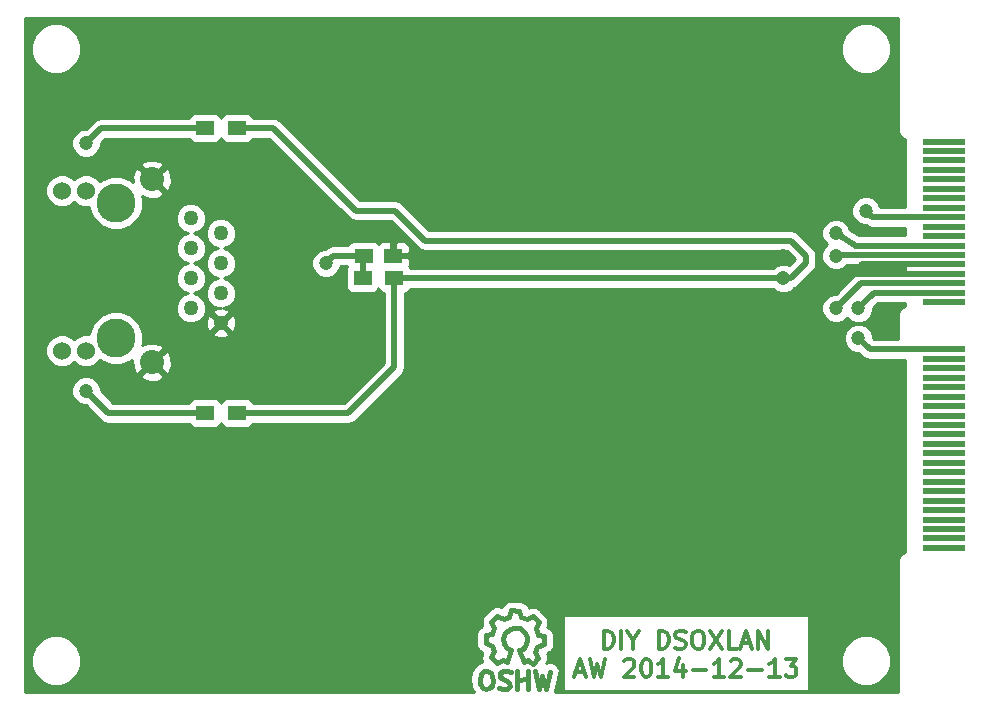
<source format=gbr>
%FSLAX46Y46*%
G04 Gerber Fmt 4.6, Leading zero omitted, Abs format (unit mm)*
G04 Created by KiCad (PCBNEW (2014-10-27 BZR 5228)-product) date 17.12.2014 12:59:46*
%MOMM*%
G01*
G04 APERTURE LIST*
%ADD10C,0.100000*%
%ADD11C,0.300000*%
%ADD12C,0.381000*%
%ADD13R,1.500000X1.250000*%
%ADD14R,3.600000X0.550000*%
%ADD15R,1.500000X1.300000*%
%ADD16C,1.270000*%
%ADD17C,3.302000*%
%ADD18C,2.032000*%
%ADD19C,1.524000*%
%ADD20C,1.200000*%
%ADD21C,0.500000*%
%ADD22C,0.254000*%
G04 APERTURE END LIST*
D10*
D11*
X161945715Y-113270571D02*
X161945715Y-111770571D01*
X162302858Y-111770571D01*
X162517143Y-111842000D01*
X162660001Y-111984857D01*
X162731429Y-112127714D01*
X162802858Y-112413429D01*
X162802858Y-112627714D01*
X162731429Y-112913429D01*
X162660001Y-113056286D01*
X162517143Y-113199143D01*
X162302858Y-113270571D01*
X161945715Y-113270571D01*
X163445715Y-113270571D02*
X163445715Y-111770571D01*
X164445715Y-112556286D02*
X164445715Y-113270571D01*
X163945715Y-111770571D02*
X164445715Y-112556286D01*
X164945715Y-111770571D01*
X166588572Y-113270571D02*
X166588572Y-111770571D01*
X166945715Y-111770571D01*
X167160000Y-111842000D01*
X167302858Y-111984857D01*
X167374286Y-112127714D01*
X167445715Y-112413429D01*
X167445715Y-112627714D01*
X167374286Y-112913429D01*
X167302858Y-113056286D01*
X167160000Y-113199143D01*
X166945715Y-113270571D01*
X166588572Y-113270571D01*
X168017143Y-113199143D02*
X168231429Y-113270571D01*
X168588572Y-113270571D01*
X168731429Y-113199143D01*
X168802858Y-113127714D01*
X168874286Y-112984857D01*
X168874286Y-112842000D01*
X168802858Y-112699143D01*
X168731429Y-112627714D01*
X168588572Y-112556286D01*
X168302858Y-112484857D01*
X168160000Y-112413429D01*
X168088572Y-112342000D01*
X168017143Y-112199143D01*
X168017143Y-112056286D01*
X168088572Y-111913429D01*
X168160000Y-111842000D01*
X168302858Y-111770571D01*
X168660000Y-111770571D01*
X168874286Y-111842000D01*
X169802857Y-111770571D02*
X170088571Y-111770571D01*
X170231429Y-111842000D01*
X170374286Y-111984857D01*
X170445714Y-112270571D01*
X170445714Y-112770571D01*
X170374286Y-113056286D01*
X170231429Y-113199143D01*
X170088571Y-113270571D01*
X169802857Y-113270571D01*
X169660000Y-113199143D01*
X169517143Y-113056286D01*
X169445714Y-112770571D01*
X169445714Y-112270571D01*
X169517143Y-111984857D01*
X169660000Y-111842000D01*
X169802857Y-111770571D01*
X170945715Y-111770571D02*
X171945715Y-113270571D01*
X171945715Y-111770571D02*
X170945715Y-113270571D01*
X173231429Y-113270571D02*
X172517143Y-113270571D01*
X172517143Y-111770571D01*
X173660000Y-112842000D02*
X174374286Y-112842000D01*
X173517143Y-113270571D02*
X174017143Y-111770571D01*
X174517143Y-113270571D01*
X175017143Y-113270571D02*
X175017143Y-111770571D01*
X175874286Y-113270571D01*
X175874286Y-111770571D01*
X159552859Y-115242000D02*
X160267145Y-115242000D01*
X159410002Y-115670571D02*
X159910002Y-114170571D01*
X160410002Y-115670571D01*
X160767145Y-114170571D02*
X161124288Y-115670571D01*
X161410002Y-114599143D01*
X161695716Y-115670571D01*
X162052859Y-114170571D01*
X163695716Y-114313429D02*
X163767145Y-114242000D01*
X163910002Y-114170571D01*
X164267145Y-114170571D01*
X164410002Y-114242000D01*
X164481431Y-114313429D01*
X164552859Y-114456286D01*
X164552859Y-114599143D01*
X164481431Y-114813429D01*
X163624288Y-115670571D01*
X164552859Y-115670571D01*
X165481430Y-114170571D02*
X165624287Y-114170571D01*
X165767144Y-114242000D01*
X165838573Y-114313429D01*
X165910002Y-114456286D01*
X165981430Y-114742000D01*
X165981430Y-115099143D01*
X165910002Y-115384857D01*
X165838573Y-115527714D01*
X165767144Y-115599143D01*
X165624287Y-115670571D01*
X165481430Y-115670571D01*
X165338573Y-115599143D01*
X165267144Y-115527714D01*
X165195716Y-115384857D01*
X165124287Y-115099143D01*
X165124287Y-114742000D01*
X165195716Y-114456286D01*
X165267144Y-114313429D01*
X165338573Y-114242000D01*
X165481430Y-114170571D01*
X167410001Y-115670571D02*
X166552858Y-115670571D01*
X166981430Y-115670571D02*
X166981430Y-114170571D01*
X166838573Y-114384857D01*
X166695715Y-114527714D01*
X166552858Y-114599143D01*
X168695715Y-114670571D02*
X168695715Y-115670571D01*
X168338572Y-114099143D02*
X167981429Y-115170571D01*
X168910001Y-115170571D01*
X169481429Y-115099143D02*
X170624286Y-115099143D01*
X172124286Y-115670571D02*
X171267143Y-115670571D01*
X171695715Y-115670571D02*
X171695715Y-114170571D01*
X171552858Y-114384857D01*
X171410000Y-114527714D01*
X171267143Y-114599143D01*
X172695714Y-114313429D02*
X172767143Y-114242000D01*
X172910000Y-114170571D01*
X173267143Y-114170571D01*
X173410000Y-114242000D01*
X173481429Y-114313429D01*
X173552857Y-114456286D01*
X173552857Y-114599143D01*
X173481429Y-114813429D01*
X172624286Y-115670571D01*
X173552857Y-115670571D01*
X174195714Y-115099143D02*
X175338571Y-115099143D01*
X176838571Y-115670571D02*
X175981428Y-115670571D01*
X176410000Y-115670571D02*
X176410000Y-114170571D01*
X176267143Y-114384857D01*
X176124285Y-114527714D01*
X175981428Y-114599143D01*
X177338571Y-114170571D02*
X178267142Y-114170571D01*
X177767142Y-114742000D01*
X177981428Y-114742000D01*
X178124285Y-114813429D01*
X178195714Y-114884857D01*
X178267142Y-115027714D01*
X178267142Y-115384857D01*
X178195714Y-115527714D01*
X178124285Y-115599143D01*
X177981428Y-115670571D01*
X177552856Y-115670571D01*
X177409999Y-115599143D01*
X177338571Y-115527714D01*
D12*
X156100780Y-115211860D02*
X156461460Y-116682520D01*
X156461460Y-116682520D02*
X156740860Y-115620800D01*
X156740860Y-115620800D02*
X157050740Y-116692680D01*
X157050740Y-116692680D02*
X157391100Y-115242340D01*
X154680920Y-115902740D02*
X155470860Y-115892580D01*
X155470860Y-115892580D02*
X155481020Y-115902740D01*
X155481020Y-115902740D02*
X155481020Y-115892580D01*
X155521660Y-115181380D02*
X155521660Y-116723160D01*
X154632660Y-115171220D02*
X154632660Y-116740940D01*
X154632660Y-116740940D02*
X154642820Y-116730780D01*
X154081480Y-115272820D02*
X153730960Y-115191540D01*
X153730960Y-115191540D02*
X153410920Y-115181380D01*
X153410920Y-115181380D02*
X153172160Y-115382040D01*
X153172160Y-115382040D02*
X153141680Y-115651280D01*
X153141680Y-115651280D02*
X153382980Y-115892580D01*
X153382980Y-115892580D02*
X153771600Y-116022120D01*
X153771600Y-116022120D02*
X153951940Y-116182140D01*
X153951940Y-116182140D02*
X153992580Y-116481860D01*
X153992580Y-116481860D02*
X153761440Y-116702840D01*
X153761440Y-116702840D02*
X153441400Y-116730780D01*
X153441400Y-116730780D02*
X153090880Y-116621560D01*
X152052020Y-115171220D02*
X151803100Y-115191540D01*
X151803100Y-115191540D02*
X151561800Y-115432840D01*
X151561800Y-115432840D02*
X151472900Y-115923060D01*
X151472900Y-115923060D02*
X151500840Y-116271040D01*
X151500840Y-116271040D02*
X151701500Y-116591080D01*
X151701500Y-116591080D02*
X151952960Y-116713000D01*
X151952960Y-116713000D02*
X152262840Y-116641880D01*
X152262840Y-116641880D02*
X152481280Y-116461540D01*
X152481280Y-116461540D02*
X152552400Y-116001800D01*
X152552400Y-116001800D02*
X152501600Y-115592860D01*
X152501600Y-115592860D02*
X152392380Y-115310920D01*
X152392380Y-115310920D02*
X152031700Y-115181380D01*
X152651460Y-113451640D02*
X152392380Y-114012980D01*
X152392380Y-114012980D02*
X152930860Y-114531140D01*
X152930860Y-114531140D02*
X153451560Y-114261900D01*
X153451560Y-114261900D02*
X153730960Y-114421920D01*
X155171140Y-114401600D02*
X155501340Y-114211100D01*
X155501340Y-114211100D02*
X155940760Y-114541300D01*
X155940760Y-114541300D02*
X156413200Y-114051080D01*
X156413200Y-114051080D02*
X156131260Y-113571020D01*
X156131260Y-113571020D02*
X156321760Y-113101120D01*
X156321760Y-113101120D02*
X156931360Y-112913160D01*
X156931360Y-112913160D02*
X156931360Y-112232440D01*
X156931360Y-112232440D02*
X156372560Y-112092740D01*
X156372560Y-112092740D02*
X156171900Y-111521240D01*
X156171900Y-111521240D02*
X156441140Y-111051340D01*
X156441140Y-111051340D02*
X155971240Y-110540800D01*
X155971240Y-110540800D02*
X155453080Y-110802420D01*
X155453080Y-110802420D02*
X154983180Y-110601760D01*
X154983180Y-110601760D02*
X154813000Y-110060740D01*
X154813000Y-110060740D02*
X154122120Y-110042960D01*
X154122120Y-110042960D02*
X153911300Y-110591600D01*
X153911300Y-110591600D02*
X153492200Y-110761780D01*
X153492200Y-110761780D02*
X152941020Y-110492540D01*
X152941020Y-110492540D02*
X152422860Y-111020860D01*
X152422860Y-111020860D02*
X152671780Y-111561880D01*
X152671780Y-111561880D02*
X152501600Y-112041940D01*
X152501600Y-112041940D02*
X151952960Y-112141000D01*
X151952960Y-112141000D02*
X151942800Y-112842040D01*
X151942800Y-112842040D02*
X152501600Y-113042700D01*
X152501600Y-113042700D02*
X152641300Y-113441480D01*
X154782520Y-113421160D02*
X155082240Y-113271300D01*
X155082240Y-113271300D02*
X155282900Y-113073180D01*
X155282900Y-113073180D02*
X155432760Y-112671860D01*
X155432760Y-112671860D02*
X155432760Y-112273080D01*
X155432760Y-112273080D02*
X155282900Y-111922560D01*
X155282900Y-111922560D02*
X154830780Y-111572040D01*
X154830780Y-111572040D02*
X154381200Y-111521240D01*
X154381200Y-111521240D02*
X153982420Y-111622840D01*
X153982420Y-111622840D02*
X153581100Y-111970820D01*
X153581100Y-111970820D02*
X153431240Y-112422940D01*
X153431240Y-112422940D02*
X153482040Y-112920780D01*
X153482040Y-112920780D02*
X153730960Y-113223040D01*
X153730960Y-113223040D02*
X154081480Y-113421160D01*
X154081480Y-113421160D02*
X153730960Y-114421920D01*
X154782520Y-113421160D02*
X155181300Y-114421920D01*
D13*
X144125000Y-80010000D03*
X141625000Y-80010000D03*
D14*
X190754000Y-104750000D03*
X190754000Y-103950000D03*
X190754000Y-103150000D03*
X190754000Y-102350000D03*
X190754000Y-101550000D03*
X190754000Y-100750000D03*
X190754000Y-99950000D03*
X190754000Y-99150000D03*
X190754000Y-98350000D03*
X190754000Y-97550000D03*
X190754000Y-96750000D03*
X190754000Y-95950000D03*
X190754000Y-95150000D03*
X190754000Y-94350000D03*
X190754000Y-93550000D03*
X190754000Y-92750000D03*
X190754000Y-91950000D03*
X190754000Y-91150000D03*
X190754000Y-90350000D03*
X190754000Y-89550000D03*
X190754000Y-88750000D03*
X190754000Y-87950000D03*
X190754000Y-83950000D03*
X190754000Y-83150000D03*
X190754000Y-82350000D03*
X190754000Y-81550000D03*
X190754000Y-80750000D03*
X190754000Y-79950000D03*
X190754000Y-79150000D03*
X190754000Y-78350000D03*
X190754000Y-77550000D03*
X190754000Y-76750000D03*
X190754000Y-75950000D03*
X190754000Y-75150000D03*
X190754000Y-74350000D03*
X190754000Y-73550000D03*
X190754000Y-72750000D03*
X190754000Y-71950000D03*
X190754000Y-71150000D03*
X190754000Y-70350000D03*
D15*
X130890000Y-69215000D03*
X128190000Y-69215000D03*
X130890000Y-93345000D03*
X128190000Y-93345000D03*
X144225000Y-81915000D03*
X141525000Y-81915000D03*
D16*
X127000000Y-76835000D03*
X129540000Y-78105000D03*
X127000000Y-79375000D03*
X129540000Y-80645000D03*
X127000000Y-81915000D03*
X129540000Y-83185000D03*
X127000000Y-84455000D03*
X129540000Y-85725000D03*
D17*
X120650000Y-75565000D03*
X120650000Y-86995000D03*
D18*
X123698000Y-73533000D03*
X123698000Y-89027000D03*
D19*
X118110000Y-74498200D03*
X116078000Y-74498200D03*
X118110000Y-88061800D03*
X116078000Y-88061800D03*
D20*
X177165000Y-80010000D03*
X138430000Y-85725000D03*
X138430000Y-80645000D03*
X183515000Y-86995000D03*
X183515000Y-84455000D03*
X177165000Y-81915000D03*
X181610000Y-84455000D03*
X181610000Y-80010000D03*
X181610000Y-78105000D03*
X184150000Y-76200000D03*
X118110000Y-70485000D03*
X118110000Y-91440000D03*
D21*
X144125000Y-80010000D02*
X177165000Y-80010000D01*
X144125000Y-78125000D02*
X144125000Y-80010000D01*
X144145000Y-78105000D02*
X144125000Y-78125000D01*
X138430000Y-78105000D02*
X144145000Y-78105000D01*
X136525000Y-80010000D02*
X138430000Y-78105000D01*
X136525000Y-83820000D02*
X136525000Y-80010000D01*
X138430000Y-85725000D02*
X136525000Y-83820000D01*
X183404000Y-81550000D02*
X183388000Y-81534000D01*
X183388000Y-81534000D02*
X183388000Y-81212002D01*
X183388000Y-81212002D02*
X183850002Y-80750000D01*
X183850002Y-80750000D02*
X190754000Y-80750000D01*
X190754000Y-81550000D02*
X183404000Y-81550000D01*
X138430000Y-80645000D02*
X139065000Y-80010000D01*
X139065000Y-80010000D02*
X141625000Y-80010000D01*
X141525000Y-80110000D02*
X141625000Y-80010000D01*
X141525000Y-81915000D02*
X141525000Y-80110000D01*
X183515000Y-86995000D02*
X184470000Y-87950000D01*
X184470000Y-87950000D02*
X190754000Y-87950000D01*
X183515000Y-84455000D02*
X184820000Y-83150000D01*
X184820000Y-83150000D02*
X190754000Y-83150000D01*
X140335000Y-93345000D02*
X144225000Y-89455000D01*
X144225000Y-81915000D02*
X144225000Y-89455000D01*
X139700000Y-93345000D02*
X130890000Y-93345000D01*
X139700000Y-93345000D02*
X140335000Y-93345000D01*
X177165000Y-81915000D02*
X144225000Y-81915000D01*
X177800000Y-81915000D02*
X179070000Y-80645000D01*
X179070000Y-80645000D02*
X179070000Y-80518000D01*
X144272000Y-76200000D02*
X140970000Y-76200000D01*
X140970000Y-76200000D02*
X133985000Y-69215000D01*
X133985000Y-69215000D02*
X130890000Y-69215000D01*
X177165000Y-81915000D02*
X177800000Y-81915000D01*
X179070000Y-80010000D02*
X177800000Y-78740000D01*
X177800000Y-78740000D02*
X146812000Y-78740000D01*
X146812000Y-78740000D02*
X144272000Y-76200000D01*
X179070000Y-80518000D02*
X179070000Y-80010000D01*
X183715000Y-82350000D02*
X181610000Y-84455000D01*
X190754000Y-82350000D02*
X183715000Y-82350000D01*
X181610000Y-80010000D02*
X181670000Y-79950000D01*
X181670000Y-79950000D02*
X190754000Y-79950000D01*
X183290000Y-79150000D02*
X181610000Y-78105000D01*
X190754000Y-79150000D02*
X183290000Y-79150000D01*
X184150000Y-76200000D02*
X184700000Y-76750000D01*
X184700000Y-76750000D02*
X190754000Y-76750000D01*
X119380000Y-69215000D02*
X118110000Y-70485000D01*
X128190000Y-69215000D02*
X119380000Y-69215000D01*
X120015000Y-93345000D02*
X118110000Y-91440000D01*
X128190000Y-93345000D02*
X120015000Y-93345000D01*
D22*
G36*
X187452000Y-105131262D02*
X187316862Y-105158143D01*
X187094632Y-105306632D01*
X186946143Y-105528862D01*
X186894000Y-105791000D01*
X186894000Y-116917000D01*
X186285240Y-116917000D01*
X186285240Y-113877211D01*
X185960910Y-113092273D01*
X185360886Y-112491200D01*
X184576515Y-112165501D01*
X183727211Y-112164760D01*
X182942273Y-112489090D01*
X182341200Y-113089114D01*
X182015501Y-113873485D01*
X182014760Y-114722789D01*
X182339090Y-115507727D01*
X182939114Y-116108800D01*
X183723485Y-116434499D01*
X184572789Y-116435240D01*
X185357727Y-116110910D01*
X185958800Y-115510886D01*
X186284499Y-114726515D01*
X186285240Y-113877211D01*
X186285240Y-116917000D01*
X179955001Y-116917000D01*
X179955001Y-80645000D01*
X179955000Y-80644994D01*
X179955000Y-80518000D01*
X179955000Y-80010005D01*
X179955000Y-80010000D01*
X179955001Y-80010000D01*
X179887633Y-79671325D01*
X179695790Y-79384210D01*
X179695786Y-79384207D01*
X178425790Y-78114210D01*
X178138675Y-77922367D01*
X178082484Y-77911189D01*
X177800000Y-77854999D01*
X177799994Y-77855000D01*
X147178579Y-77855000D01*
X144897790Y-75574210D01*
X144610675Y-75382367D01*
X144554484Y-75371189D01*
X144272000Y-75314999D01*
X144271994Y-75315000D01*
X141336579Y-75315000D01*
X134610790Y-68589210D01*
X134323675Y-68397367D01*
X134267484Y-68386189D01*
X133985000Y-68329999D01*
X133984994Y-68330000D01*
X132229978Y-68330000D01*
X132178327Y-68205302D01*
X131999699Y-68026673D01*
X131766310Y-67930000D01*
X131513691Y-67930000D01*
X130013691Y-67930000D01*
X129780302Y-68026673D01*
X129601673Y-68205301D01*
X129539999Y-68354193D01*
X129478327Y-68205302D01*
X129299699Y-68026673D01*
X129066310Y-67930000D01*
X128813691Y-67930000D01*
X127313691Y-67930000D01*
X127080302Y-68026673D01*
X126901673Y-68205301D01*
X126850020Y-68330000D01*
X119380005Y-68330000D01*
X119380000Y-68329999D01*
X119041325Y-68397367D01*
X118754210Y-68589210D01*
X118754207Y-68589213D01*
X118093435Y-69249985D01*
X117865421Y-69249786D01*
X117705240Y-69315971D01*
X117705240Y-62061211D01*
X117380910Y-61276273D01*
X116780886Y-60675200D01*
X115996515Y-60349501D01*
X115147211Y-60348760D01*
X114362273Y-60673090D01*
X113761200Y-61273114D01*
X113435501Y-62057485D01*
X113434760Y-62906789D01*
X113759090Y-63691727D01*
X114359114Y-64292800D01*
X115143485Y-64618499D01*
X115992789Y-64619240D01*
X116777727Y-64294910D01*
X117378800Y-63694886D01*
X117704499Y-62910515D01*
X117705240Y-62061211D01*
X117705240Y-69315971D01*
X117411343Y-69437408D01*
X117063629Y-69784515D01*
X116875215Y-70238266D01*
X116874786Y-70729579D01*
X117062408Y-71183657D01*
X117409515Y-71531371D01*
X117863266Y-71719785D01*
X118354579Y-71720214D01*
X118808657Y-71532592D01*
X119156371Y-71185485D01*
X119344785Y-70731734D01*
X119344985Y-70501593D01*
X119746579Y-70100000D01*
X126850021Y-70100000D01*
X126901673Y-70224698D01*
X127080301Y-70403327D01*
X127313690Y-70500000D01*
X127566309Y-70500000D01*
X129066309Y-70500000D01*
X129299698Y-70403327D01*
X129478327Y-70224699D01*
X129540000Y-70075806D01*
X129601673Y-70224698D01*
X129780301Y-70403327D01*
X130013690Y-70500000D01*
X130266309Y-70500000D01*
X131766309Y-70500000D01*
X131999698Y-70403327D01*
X132178327Y-70224699D01*
X132229979Y-70100000D01*
X133618420Y-70100000D01*
X140344207Y-76825786D01*
X140344210Y-76825790D01*
X140344211Y-76825790D01*
X140631325Y-77017633D01*
X140631326Y-77017633D01*
X140687515Y-77028810D01*
X140970000Y-77085001D01*
X140970000Y-77085000D01*
X140970005Y-77085000D01*
X143905420Y-77085000D01*
X146186207Y-79365786D01*
X146186210Y-79365790D01*
X146473325Y-79557633D01*
X146812000Y-79625000D01*
X177433420Y-79625000D01*
X178135920Y-80327500D01*
X177674214Y-80789206D01*
X177411734Y-80680215D01*
X176920421Y-80679786D01*
X176466343Y-80867408D01*
X176303466Y-81030000D01*
X145564978Y-81030000D01*
X145513327Y-80905302D01*
X145468800Y-80860774D01*
X145510000Y-80761310D01*
X145510000Y-80508691D01*
X145510000Y-80295750D01*
X145510000Y-79724250D01*
X145510000Y-79511309D01*
X145510000Y-79258690D01*
X145413327Y-79025301D01*
X145234698Y-78846673D01*
X145001309Y-78750000D01*
X144410750Y-78750000D01*
X144252000Y-78908750D01*
X144252000Y-79883000D01*
X145351250Y-79883000D01*
X145510000Y-79724250D01*
X145510000Y-80295750D01*
X145351250Y-80137000D01*
X144252000Y-80137000D01*
X144252000Y-80157000D01*
X143998000Y-80157000D01*
X143998000Y-80137000D01*
X143978000Y-80137000D01*
X143978000Y-79883000D01*
X143998000Y-79883000D01*
X143998000Y-78908750D01*
X143839250Y-78750000D01*
X143248691Y-78750000D01*
X143015302Y-78846673D01*
X142874999Y-78986974D01*
X142734699Y-78846673D01*
X142501310Y-78750000D01*
X142248691Y-78750000D01*
X140748691Y-78750000D01*
X140515302Y-78846673D01*
X140336673Y-79025301D01*
X140295376Y-79125000D01*
X139065005Y-79125000D01*
X139065000Y-79124999D01*
X138726326Y-79192366D01*
X138631054Y-79256024D01*
X138439210Y-79384210D01*
X138439207Y-79384213D01*
X138413435Y-79409985D01*
X138185421Y-79409786D01*
X137731343Y-79597408D01*
X137383629Y-79944515D01*
X137195215Y-80398266D01*
X137194786Y-80889579D01*
X137382408Y-81343657D01*
X137729515Y-81691371D01*
X138183266Y-81879785D01*
X138674579Y-81880214D01*
X139128657Y-81692592D01*
X139476371Y-81345485D01*
X139663428Y-80895000D01*
X140246974Y-80895000D01*
X140236673Y-80905301D01*
X140140000Y-81138690D01*
X140140000Y-81391309D01*
X140140000Y-82691309D01*
X140236673Y-82924698D01*
X140415301Y-83103327D01*
X140648690Y-83200000D01*
X140901309Y-83200000D01*
X142401309Y-83200000D01*
X142634698Y-83103327D01*
X142813327Y-82924699D01*
X142875000Y-82775806D01*
X142936673Y-82924698D01*
X143115301Y-83103327D01*
X143340000Y-83196400D01*
X143340000Y-89088420D01*
X139968420Y-92460000D01*
X139700000Y-92460000D01*
X132229978Y-92460000D01*
X132178327Y-92335302D01*
X131999699Y-92156673D01*
X131766310Y-92060000D01*
X131513691Y-92060000D01*
X130822681Y-92060000D01*
X130822681Y-85902336D01*
X130810220Y-85691259D01*
X130810220Y-82933490D01*
X130617282Y-82466542D01*
X130260337Y-82108974D01*
X129793727Y-81915221D01*
X129791512Y-81915219D01*
X130258458Y-81722282D01*
X130616026Y-81365337D01*
X130809779Y-80898727D01*
X130810220Y-80393490D01*
X130617282Y-79926542D01*
X130260337Y-79568974D01*
X129793727Y-79375221D01*
X129791512Y-79375219D01*
X130258458Y-79182282D01*
X130616026Y-78825337D01*
X130809779Y-78358727D01*
X130810220Y-77853490D01*
X130617282Y-77386542D01*
X130260337Y-77028974D01*
X129793727Y-76835221D01*
X129288490Y-76834780D01*
X128821542Y-77027718D01*
X128463974Y-77384663D01*
X128270221Y-77851273D01*
X128269780Y-78356510D01*
X128462718Y-78823458D01*
X128819663Y-79181026D01*
X129286273Y-79374779D01*
X129288487Y-79374780D01*
X128821542Y-79567718D01*
X128463974Y-79924663D01*
X128270221Y-80391273D01*
X128269780Y-80896510D01*
X128462718Y-81363458D01*
X128819663Y-81721026D01*
X129286273Y-81914779D01*
X129288487Y-81914780D01*
X128821542Y-82107718D01*
X128463974Y-82464663D01*
X128270221Y-82931273D01*
X128269780Y-83436510D01*
X128462718Y-83903458D01*
X128819663Y-84261026D01*
X129286273Y-84454779D01*
X129503070Y-84454968D01*
X129212977Y-84472094D01*
X128885303Y-84607821D01*
X128831472Y-84836867D01*
X129540000Y-85545395D01*
X130248528Y-84836867D01*
X130194697Y-84607821D01*
X129754453Y-84455187D01*
X129791510Y-84455220D01*
X130258458Y-84262282D01*
X130616026Y-83905337D01*
X130809779Y-83438727D01*
X130810220Y-82933490D01*
X130810220Y-85691259D01*
X130792906Y-85397977D01*
X130657179Y-85070303D01*
X130428133Y-85016472D01*
X129719605Y-85725000D01*
X130428133Y-86433528D01*
X130657179Y-86379697D01*
X130822681Y-85902336D01*
X130822681Y-92060000D01*
X130248528Y-92060000D01*
X130248528Y-86613133D01*
X129540000Y-85904605D01*
X129360395Y-86084210D01*
X129360395Y-85725000D01*
X128651867Y-85016472D01*
X128422821Y-85070303D01*
X128270220Y-85510453D01*
X128270220Y-84203490D01*
X128077282Y-83736542D01*
X127720337Y-83378974D01*
X127253727Y-83185221D01*
X127251512Y-83185219D01*
X127718458Y-82992282D01*
X128076026Y-82635337D01*
X128269779Y-82168727D01*
X128270220Y-81663490D01*
X128077282Y-81196542D01*
X127720337Y-80838974D01*
X127253727Y-80645221D01*
X127251512Y-80645219D01*
X127718458Y-80452282D01*
X128076026Y-80095337D01*
X128269779Y-79628727D01*
X128270220Y-79123490D01*
X128077282Y-78656542D01*
X127720337Y-78298974D01*
X127253727Y-78105221D01*
X127251512Y-78105219D01*
X127718458Y-77912282D01*
X128076026Y-77555337D01*
X128269779Y-77088727D01*
X128270220Y-76583490D01*
X128077282Y-76116542D01*
X127720337Y-75758974D01*
X127253727Y-75565221D01*
X126748490Y-75564780D01*
X126281542Y-75757718D01*
X125923974Y-76114663D01*
X125730221Y-76581273D01*
X125729780Y-77086510D01*
X125922718Y-77553458D01*
X126279663Y-77911026D01*
X126746273Y-78104779D01*
X126748487Y-78104780D01*
X126281542Y-78297718D01*
X125923974Y-78654663D01*
X125730221Y-79121273D01*
X125729780Y-79626510D01*
X125922718Y-80093458D01*
X126279663Y-80451026D01*
X126746273Y-80644779D01*
X126748487Y-80644780D01*
X126281542Y-80837718D01*
X125923974Y-81194663D01*
X125730221Y-81661273D01*
X125729780Y-82166510D01*
X125922718Y-82633458D01*
X126279663Y-82991026D01*
X126746273Y-83184779D01*
X126748487Y-83184780D01*
X126281542Y-83377718D01*
X125923974Y-83734663D01*
X125730221Y-84201273D01*
X125729780Y-84706510D01*
X125922718Y-85173458D01*
X126279663Y-85531026D01*
X126746273Y-85724779D01*
X127251510Y-85725220D01*
X127718458Y-85532282D01*
X128076026Y-85175337D01*
X128269779Y-84708727D01*
X128270220Y-84203490D01*
X128270220Y-85510453D01*
X128257319Y-85547664D01*
X128287094Y-86052023D01*
X128422821Y-86379697D01*
X128651867Y-86433528D01*
X129360395Y-85725000D01*
X129360395Y-86084210D01*
X128831472Y-86613133D01*
X128885303Y-86842179D01*
X129362664Y-87007681D01*
X129867023Y-86977906D01*
X130194697Y-86842179D01*
X130248528Y-86613133D01*
X130248528Y-92060000D01*
X130013691Y-92060000D01*
X129780302Y-92156673D01*
X129601673Y-92335301D01*
X129539999Y-92484193D01*
X129478327Y-92335302D01*
X129299699Y-92156673D01*
X129066310Y-92060000D01*
X128813691Y-92060000D01*
X127313691Y-92060000D01*
X127080302Y-92156673D01*
X126901673Y-92335301D01*
X126850020Y-92460000D01*
X125359816Y-92460000D01*
X125359816Y-89295358D01*
X125359816Y-73801358D01*
X125336014Y-73144981D01*
X125130622Y-72649120D01*
X124862107Y-72548498D01*
X124682502Y-72728103D01*
X124682502Y-72368893D01*
X124581880Y-72100378D01*
X123966358Y-71871184D01*
X123309981Y-71894986D01*
X122814120Y-72100378D01*
X122713498Y-72368893D01*
X123698000Y-73353395D01*
X124682502Y-72368893D01*
X124682502Y-72728103D01*
X123877605Y-73533000D01*
X124862107Y-74517502D01*
X125130622Y-74416880D01*
X125359816Y-73801358D01*
X125359816Y-89295358D01*
X125336014Y-88638981D01*
X125130622Y-88143120D01*
X124862107Y-88042498D01*
X124682502Y-88222103D01*
X124682502Y-87862893D01*
X124682502Y-74697107D01*
X123698000Y-73712605D01*
X123683857Y-73726747D01*
X123504252Y-73547142D01*
X123518395Y-73533000D01*
X122533893Y-72548498D01*
X122265378Y-72649120D01*
X122036184Y-73264642D01*
X122053239Y-73734974D01*
X121946605Y-73628154D01*
X121106708Y-73279398D01*
X120197281Y-73278604D01*
X119356777Y-73625894D01*
X119284838Y-73697707D01*
X118902370Y-73314571D01*
X118389100Y-73101443D01*
X117833339Y-73100958D01*
X117319697Y-73313190D01*
X117093950Y-73538542D01*
X116870370Y-73314571D01*
X116357100Y-73101443D01*
X115801339Y-73100958D01*
X115287697Y-73313190D01*
X114894371Y-73705830D01*
X114681243Y-74219100D01*
X114680758Y-74774861D01*
X114892990Y-75288503D01*
X115285630Y-75681829D01*
X115798900Y-75894957D01*
X116354661Y-75895442D01*
X116868303Y-75683210D01*
X117094049Y-75457857D01*
X117317630Y-75681829D01*
X117830900Y-75894957D01*
X118363710Y-75895421D01*
X118363604Y-76017719D01*
X118710894Y-76858223D01*
X119353395Y-77501846D01*
X120193292Y-77850602D01*
X121102719Y-77851396D01*
X121943223Y-77504106D01*
X122586846Y-76861605D01*
X122935602Y-76021708D01*
X122936396Y-75112281D01*
X122887012Y-74992764D01*
X123429642Y-75194816D01*
X124086019Y-75171014D01*
X124581880Y-74965622D01*
X124682502Y-74697107D01*
X124682502Y-87862893D01*
X124581880Y-87594378D01*
X123966358Y-87365184D01*
X123309981Y-87388986D01*
X122889288Y-87563242D01*
X122935602Y-87451708D01*
X122936396Y-86542281D01*
X122589106Y-85701777D01*
X121946605Y-85058154D01*
X121106708Y-84709398D01*
X120197281Y-84708604D01*
X119356777Y-85055894D01*
X118713154Y-85698395D01*
X118364398Y-86538292D01*
X118364287Y-86665021D01*
X117833339Y-86664558D01*
X117319697Y-86876790D01*
X117093950Y-87102142D01*
X116870370Y-86878171D01*
X116357100Y-86665043D01*
X115801339Y-86664558D01*
X115287697Y-86876790D01*
X114894371Y-87269430D01*
X114681243Y-87782700D01*
X114680758Y-88338461D01*
X114892990Y-88852103D01*
X115285630Y-89245429D01*
X115798900Y-89458557D01*
X116354661Y-89459042D01*
X116868303Y-89246810D01*
X117094049Y-89021457D01*
X117317630Y-89245429D01*
X117830900Y-89458557D01*
X118386661Y-89459042D01*
X118900303Y-89246810D01*
X119284726Y-88863057D01*
X119353395Y-88931846D01*
X120193292Y-89280602D01*
X121102719Y-89281396D01*
X121943223Y-88934106D01*
X122039076Y-88838419D01*
X122059986Y-89415019D01*
X122265378Y-89910880D01*
X122533893Y-90011502D01*
X123518395Y-89027000D01*
X123504252Y-89012857D01*
X123683857Y-88833252D01*
X123698000Y-88847395D01*
X124682502Y-87862893D01*
X124682502Y-88222103D01*
X123877605Y-89027000D01*
X124862107Y-90011502D01*
X125130622Y-89910880D01*
X125359816Y-89295358D01*
X125359816Y-92460000D01*
X124682502Y-92460000D01*
X124682502Y-90191107D01*
X123698000Y-89206605D01*
X122713498Y-90191107D01*
X122814120Y-90459622D01*
X123429642Y-90688816D01*
X124086019Y-90665014D01*
X124581880Y-90459622D01*
X124682502Y-90191107D01*
X124682502Y-92460000D01*
X120381579Y-92460000D01*
X119345014Y-91423435D01*
X119345214Y-91195421D01*
X119157592Y-90741343D01*
X118810485Y-90393629D01*
X118356734Y-90205215D01*
X117865421Y-90204786D01*
X117411343Y-90392408D01*
X117063629Y-90739515D01*
X116875215Y-91193266D01*
X116874786Y-91684579D01*
X117062408Y-92138657D01*
X117409515Y-92486371D01*
X117863266Y-92674785D01*
X118093406Y-92674985D01*
X119389207Y-93970786D01*
X119389210Y-93970790D01*
X119389211Y-93970790D01*
X119676325Y-94162633D01*
X119676326Y-94162633D01*
X119732515Y-94173810D01*
X120015000Y-94230001D01*
X120015000Y-94230000D01*
X120015005Y-94230000D01*
X126850021Y-94230000D01*
X126901673Y-94354698D01*
X127080301Y-94533327D01*
X127313690Y-94630000D01*
X127566309Y-94630000D01*
X129066309Y-94630000D01*
X129299698Y-94533327D01*
X129478327Y-94354699D01*
X129540000Y-94205806D01*
X129601673Y-94354698D01*
X129780301Y-94533327D01*
X130013690Y-94630000D01*
X130266309Y-94630000D01*
X131766309Y-94630000D01*
X131999698Y-94533327D01*
X132178327Y-94354699D01*
X132229979Y-94230000D01*
X139700000Y-94230000D01*
X140334994Y-94230000D01*
X140335000Y-94230001D01*
X140335000Y-94230000D01*
X140617484Y-94173810D01*
X140673674Y-94162633D01*
X140673675Y-94162633D01*
X140960790Y-93970790D01*
X144850786Y-90080792D01*
X144850790Y-90080790D01*
X144850790Y-90080789D01*
X145042633Y-89793675D01*
X145042633Y-89793674D01*
X145053810Y-89737484D01*
X145110000Y-89455000D01*
X145110001Y-89455000D01*
X145110000Y-89454994D01*
X145110000Y-83196400D01*
X145334698Y-83103327D01*
X145513327Y-82924699D01*
X145564979Y-82800000D01*
X176303425Y-82800000D01*
X176464515Y-82961371D01*
X176918266Y-83149785D01*
X177409579Y-83150214D01*
X177863657Y-82962592D01*
X178082905Y-82743726D01*
X178138674Y-82732633D01*
X178138675Y-82732633D01*
X178425790Y-82540790D01*
X179695786Y-81270792D01*
X179695789Y-81270790D01*
X179695790Y-81270790D01*
X179887633Y-80983675D01*
X179955000Y-80645000D01*
X179955001Y-80645000D01*
X179955001Y-116917000D01*
X179578000Y-116917000D01*
X179337856Y-116917000D01*
X179337856Y-116827000D01*
X179337856Y-110457000D01*
X158482145Y-110457000D01*
X158482145Y-116827000D01*
X179337856Y-116827000D01*
X179337856Y-116917000D01*
X157838160Y-116917000D01*
X157854406Y-116881281D01*
X158194767Y-115430941D01*
X158205766Y-115109035D01*
X158092740Y-114807423D01*
X157872895Y-114572023D01*
X157579701Y-114438673D01*
X157257795Y-114427674D01*
X157102197Y-114485982D01*
X157120821Y-114447497D01*
X157181567Y-114352848D01*
X157190398Y-114303726D01*
X157212138Y-114258804D01*
X157218659Y-114146529D01*
X157238560Y-114035836D01*
X157227921Y-113987074D01*
X157230815Y-113937252D01*
X157193873Y-113831027D01*
X157169899Y-113721144D01*
X157159774Y-113706580D01*
X157174589Y-113702013D01*
X157208951Y-113683443D01*
X157247265Y-113675823D01*
X157349640Y-113607417D01*
X157457956Y-113548886D01*
X157482598Y-113518578D01*
X157515077Y-113496877D01*
X157583481Y-113394501D01*
X157661153Y-113298974D01*
X157672320Y-113261544D01*
X157694023Y-113229065D01*
X157718043Y-113108303D01*
X157753245Y-112990326D01*
X157749239Y-112951472D01*
X157756860Y-112913160D01*
X157756860Y-112232440D01*
X157744886Y-112172244D01*
X157747870Y-112110940D01*
X157713753Y-112015728D01*
X157694023Y-111916535D01*
X157659924Y-111865502D01*
X157639221Y-111807724D01*
X157571266Y-111732816D01*
X157515077Y-111648723D01*
X157464045Y-111614624D01*
X157422806Y-111569166D01*
X157331356Y-111525965D01*
X157247265Y-111469777D01*
X157187068Y-111457803D01*
X157162600Y-111446244D01*
X157168852Y-111427624D01*
X157190065Y-111398560D01*
X157219774Y-111275975D01*
X157259928Y-111156397D01*
X157257456Y-111120498D01*
X157265932Y-111085528D01*
X157246468Y-110960900D01*
X157237805Y-110835063D01*
X157221784Y-110802844D01*
X157216232Y-110767291D01*
X157150556Y-110659597D01*
X157094397Y-110546656D01*
X157067266Y-110523020D01*
X157048531Y-110492299D01*
X156578631Y-109981759D01*
X156539509Y-109953206D01*
X156509665Y-109915061D01*
X156410476Y-109859032D01*
X156318460Y-109791875D01*
X156271389Y-109780467D01*
X156229219Y-109756646D01*
X156116140Y-109742840D01*
X156005428Y-109716008D01*
X155957574Y-109723481D01*
X155909499Y-109717612D01*
X155799749Y-109748129D01*
X155687191Y-109765708D01*
X155645838Y-109790926D01*
X155599178Y-109803901D01*
X155596261Y-109805373D01*
X155587958Y-109790214D01*
X155583538Y-109764560D01*
X155510990Y-109649693D01*
X155445730Y-109530547D01*
X155425440Y-109514240D01*
X155411541Y-109492233D01*
X155300561Y-109413875D01*
X155194670Y-109328771D01*
X155169685Y-109321470D01*
X155148422Y-109306457D01*
X155015902Y-109276533D01*
X154885504Y-109238430D01*
X154859628Y-109241246D01*
X154834238Y-109235513D01*
X154143357Y-109217733D01*
X154122077Y-109221399D01*
X154100796Y-109217735D01*
X153964075Y-109248622D01*
X153825940Y-109272422D01*
X153807681Y-109283953D01*
X153786619Y-109288712D01*
X153672130Y-109369565D01*
X153553613Y-109444419D01*
X153541157Y-109462060D01*
X153523519Y-109474517D01*
X153448683Y-109593034D01*
X153367837Y-109707539D01*
X153363080Y-109728602D01*
X153351551Y-109746862D01*
X153342656Y-109770008D01*
X153303343Y-109750804D01*
X153274485Y-109743187D01*
X153249507Y-109726846D01*
X153119662Y-109702326D01*
X152991913Y-109668610D01*
X152962337Y-109672616D01*
X152933006Y-109667078D01*
X152803665Y-109694113D01*
X152672734Y-109711852D01*
X152646941Y-109726873D01*
X152617725Y-109732980D01*
X152508581Y-109807450D01*
X152394400Y-109873947D01*
X152376318Y-109897695D01*
X152351664Y-109914518D01*
X151833504Y-110442838D01*
X151826886Y-110452953D01*
X151817099Y-110460053D01*
X151738950Y-110587364D01*
X151657166Y-110712373D01*
X151654922Y-110724253D01*
X151648598Y-110734557D01*
X151625120Y-110882069D01*
X151597398Y-111028874D01*
X151599872Y-111040709D01*
X151597972Y-111052648D01*
X151632731Y-111197912D01*
X151663300Y-111344155D01*
X151670114Y-111354142D01*
X151672928Y-111365899D01*
X151674362Y-111369016D01*
X151648140Y-111373839D01*
X151580997Y-111417308D01*
X151506570Y-111446603D01*
X151447121Y-111503981D01*
X151377763Y-111548885D01*
X151332366Y-111614740D01*
X151274815Y-111670287D01*
X151241848Y-111746049D01*
X151194955Y-111814076D01*
X151178215Y-111892290D01*
X151146302Y-111965634D01*
X151144838Y-112048245D01*
X151127547Y-112129037D01*
X151117387Y-112830077D01*
X151122111Y-112855766D01*
X151118248Y-112881606D01*
X151151087Y-113013342D01*
X151175639Y-113146860D01*
X151189836Y-113168789D01*
X151196155Y-113194137D01*
X151276905Y-113303275D01*
X151350686Y-113417237D01*
X151372193Y-113432063D01*
X151387732Y-113453064D01*
X151504097Y-113522990D01*
X151615876Y-113600045D01*
X151641422Y-113605512D01*
X151663812Y-113618967D01*
X151664874Y-113619348D01*
X151642860Y-113667047D01*
X151637091Y-113691027D01*
X151623784Y-113711797D01*
X151599612Y-113846836D01*
X151567530Y-113980209D01*
X151571377Y-114004572D01*
X151567032Y-114028852D01*
X151596376Y-114162854D01*
X151617777Y-114298360D01*
X151630655Y-114319397D01*
X151635932Y-114343491D01*
X151667191Y-114388381D01*
X151612796Y-114403893D01*
X151487195Y-114428877D01*
X151458907Y-114447778D01*
X151426191Y-114457108D01*
X151325856Y-114536679D01*
X151219384Y-114607823D01*
X150978083Y-114849123D01*
X150929066Y-114922481D01*
X150867746Y-114985917D01*
X150840455Y-115055097D01*
X150799137Y-115116934D01*
X150781924Y-115203468D01*
X150749548Y-115285540D01*
X150660648Y-115775760D01*
X150662462Y-115882796D01*
X150650048Y-115989128D01*
X150677988Y-116337109D01*
X150687925Y-116372132D01*
X150686869Y-116408524D01*
X150731589Y-116526021D01*
X150765907Y-116646971D01*
X150788491Y-116675526D01*
X150801442Y-116709552D01*
X150931509Y-116917000D01*
X117705240Y-116917000D01*
X117705240Y-113877211D01*
X117380910Y-113092273D01*
X116780886Y-112491200D01*
X115996515Y-112165501D01*
X115147211Y-112164760D01*
X114362273Y-112489090D01*
X113761200Y-113089114D01*
X113435501Y-113873485D01*
X113434760Y-114722789D01*
X113759090Y-115507727D01*
X114359114Y-116108800D01*
X115143485Y-116434499D01*
X115992789Y-116435240D01*
X116777727Y-116110910D01*
X117378800Y-115510886D01*
X117704499Y-114726515D01*
X117705240Y-113877211D01*
X117705240Y-116917000D01*
X112953000Y-116917000D01*
X112953000Y-59867000D01*
X186894000Y-59867000D01*
X186894000Y-69469000D01*
X186946143Y-69731138D01*
X187094632Y-69953368D01*
X187316862Y-70101857D01*
X187452000Y-70128737D01*
X187452000Y-75865000D01*
X186285240Y-75865000D01*
X186285240Y-62061211D01*
X185960910Y-61276273D01*
X185360886Y-60675200D01*
X184576515Y-60349501D01*
X183727211Y-60348760D01*
X182942273Y-60673090D01*
X182341200Y-61273114D01*
X182015501Y-62057485D01*
X182014760Y-62906789D01*
X182339090Y-63691727D01*
X182939114Y-64292800D01*
X183723485Y-64618499D01*
X184572789Y-64619240D01*
X185357727Y-64294910D01*
X185958800Y-63694886D01*
X186284499Y-62910515D01*
X186285240Y-62061211D01*
X186285240Y-75865000D01*
X185347852Y-75865000D01*
X185197592Y-75501343D01*
X184850485Y-75153629D01*
X184396734Y-74965215D01*
X183905421Y-74964786D01*
X183451343Y-75152408D01*
X183103629Y-75499515D01*
X182915215Y-75953266D01*
X182914786Y-76444579D01*
X183102408Y-76898657D01*
X183449515Y-77246371D01*
X183903266Y-77434785D01*
X184162841Y-77435011D01*
X184361325Y-77567633D01*
X184700000Y-77635000D01*
X187452000Y-77635000D01*
X187452000Y-78265000D01*
X183542789Y-78265000D01*
X182828903Y-77820945D01*
X182657592Y-77406343D01*
X182310485Y-77058629D01*
X181856734Y-76870215D01*
X181365421Y-76869786D01*
X180911343Y-77057408D01*
X180563629Y-77404515D01*
X180375215Y-77858266D01*
X180374786Y-78349579D01*
X180562408Y-78803657D01*
X180815946Y-79057638D01*
X180563629Y-79309515D01*
X180375215Y-79763266D01*
X180374786Y-80254579D01*
X180562408Y-80708657D01*
X180909515Y-81056371D01*
X181363266Y-81244785D01*
X181854579Y-81245214D01*
X182308657Y-81057592D01*
X182531638Y-80835000D01*
X187452000Y-80835000D01*
X187452000Y-81465000D01*
X183715005Y-81465000D01*
X183715000Y-81464999D01*
X183376326Y-81532366D01*
X183281054Y-81596024D01*
X183089210Y-81724210D01*
X183089207Y-81724213D01*
X181593435Y-83219985D01*
X181365421Y-83219786D01*
X180911343Y-83407408D01*
X180563629Y-83754515D01*
X180375215Y-84208266D01*
X180374786Y-84699579D01*
X180562408Y-85153657D01*
X180909515Y-85501371D01*
X181363266Y-85689785D01*
X181854579Y-85690214D01*
X182308657Y-85502592D01*
X182562638Y-85249053D01*
X182814515Y-85501371D01*
X183268266Y-85689785D01*
X183759579Y-85690214D01*
X184213657Y-85502592D01*
X184561371Y-85155485D01*
X184749785Y-84701734D01*
X184749985Y-84471593D01*
X185186579Y-84035000D01*
X187452000Y-84035000D01*
X187452000Y-84303262D01*
X187316862Y-84330143D01*
X187094632Y-84478632D01*
X186946143Y-84700862D01*
X186894000Y-84963000D01*
X186894000Y-87065000D01*
X184836579Y-87065000D01*
X184750014Y-86978435D01*
X184750214Y-86750421D01*
X184562592Y-86296343D01*
X184215485Y-85948629D01*
X183761734Y-85760215D01*
X183270421Y-85759786D01*
X182816343Y-85947408D01*
X182468629Y-86294515D01*
X182280215Y-86748266D01*
X182279786Y-87239579D01*
X182467408Y-87693657D01*
X182814515Y-88041371D01*
X183268266Y-88229785D01*
X183498406Y-88229985D01*
X183844207Y-88575786D01*
X183844210Y-88575790D01*
X183844211Y-88575790D01*
X184131325Y-88767633D01*
X184131326Y-88767633D01*
X184187515Y-88778810D01*
X184470000Y-88835001D01*
X184470000Y-88835000D01*
X184470005Y-88835000D01*
X187452000Y-88835000D01*
X187452000Y-105131262D01*
X187452000Y-105131262D01*
G37*
X187452000Y-105131262D02*
X187316862Y-105158143D01*
X187094632Y-105306632D01*
X186946143Y-105528862D01*
X186894000Y-105791000D01*
X186894000Y-116917000D01*
X186285240Y-116917000D01*
X186285240Y-113877211D01*
X185960910Y-113092273D01*
X185360886Y-112491200D01*
X184576515Y-112165501D01*
X183727211Y-112164760D01*
X182942273Y-112489090D01*
X182341200Y-113089114D01*
X182015501Y-113873485D01*
X182014760Y-114722789D01*
X182339090Y-115507727D01*
X182939114Y-116108800D01*
X183723485Y-116434499D01*
X184572789Y-116435240D01*
X185357727Y-116110910D01*
X185958800Y-115510886D01*
X186284499Y-114726515D01*
X186285240Y-113877211D01*
X186285240Y-116917000D01*
X179955001Y-116917000D01*
X179955001Y-80645000D01*
X179955000Y-80644994D01*
X179955000Y-80518000D01*
X179955000Y-80010005D01*
X179955000Y-80010000D01*
X179955001Y-80010000D01*
X179887633Y-79671325D01*
X179695790Y-79384210D01*
X179695786Y-79384207D01*
X178425790Y-78114210D01*
X178138675Y-77922367D01*
X178082484Y-77911189D01*
X177800000Y-77854999D01*
X177799994Y-77855000D01*
X147178579Y-77855000D01*
X144897790Y-75574210D01*
X144610675Y-75382367D01*
X144554484Y-75371189D01*
X144272000Y-75314999D01*
X144271994Y-75315000D01*
X141336579Y-75315000D01*
X134610790Y-68589210D01*
X134323675Y-68397367D01*
X134267484Y-68386189D01*
X133985000Y-68329999D01*
X133984994Y-68330000D01*
X132229978Y-68330000D01*
X132178327Y-68205302D01*
X131999699Y-68026673D01*
X131766310Y-67930000D01*
X131513691Y-67930000D01*
X130013691Y-67930000D01*
X129780302Y-68026673D01*
X129601673Y-68205301D01*
X129539999Y-68354193D01*
X129478327Y-68205302D01*
X129299699Y-68026673D01*
X129066310Y-67930000D01*
X128813691Y-67930000D01*
X127313691Y-67930000D01*
X127080302Y-68026673D01*
X126901673Y-68205301D01*
X126850020Y-68330000D01*
X119380005Y-68330000D01*
X119380000Y-68329999D01*
X119041325Y-68397367D01*
X118754210Y-68589210D01*
X118754207Y-68589213D01*
X118093435Y-69249985D01*
X117865421Y-69249786D01*
X117705240Y-69315971D01*
X117705240Y-62061211D01*
X117380910Y-61276273D01*
X116780886Y-60675200D01*
X115996515Y-60349501D01*
X115147211Y-60348760D01*
X114362273Y-60673090D01*
X113761200Y-61273114D01*
X113435501Y-62057485D01*
X113434760Y-62906789D01*
X113759090Y-63691727D01*
X114359114Y-64292800D01*
X115143485Y-64618499D01*
X115992789Y-64619240D01*
X116777727Y-64294910D01*
X117378800Y-63694886D01*
X117704499Y-62910515D01*
X117705240Y-62061211D01*
X117705240Y-69315971D01*
X117411343Y-69437408D01*
X117063629Y-69784515D01*
X116875215Y-70238266D01*
X116874786Y-70729579D01*
X117062408Y-71183657D01*
X117409515Y-71531371D01*
X117863266Y-71719785D01*
X118354579Y-71720214D01*
X118808657Y-71532592D01*
X119156371Y-71185485D01*
X119344785Y-70731734D01*
X119344985Y-70501593D01*
X119746579Y-70100000D01*
X126850021Y-70100000D01*
X126901673Y-70224698D01*
X127080301Y-70403327D01*
X127313690Y-70500000D01*
X127566309Y-70500000D01*
X129066309Y-70500000D01*
X129299698Y-70403327D01*
X129478327Y-70224699D01*
X129540000Y-70075806D01*
X129601673Y-70224698D01*
X129780301Y-70403327D01*
X130013690Y-70500000D01*
X130266309Y-70500000D01*
X131766309Y-70500000D01*
X131999698Y-70403327D01*
X132178327Y-70224699D01*
X132229979Y-70100000D01*
X133618420Y-70100000D01*
X140344207Y-76825786D01*
X140344210Y-76825790D01*
X140344211Y-76825790D01*
X140631325Y-77017633D01*
X140631326Y-77017633D01*
X140687515Y-77028810D01*
X140970000Y-77085001D01*
X140970000Y-77085000D01*
X140970005Y-77085000D01*
X143905420Y-77085000D01*
X146186207Y-79365786D01*
X146186210Y-79365790D01*
X146473325Y-79557633D01*
X146812000Y-79625000D01*
X177433420Y-79625000D01*
X178135920Y-80327500D01*
X177674214Y-80789206D01*
X177411734Y-80680215D01*
X176920421Y-80679786D01*
X176466343Y-80867408D01*
X176303466Y-81030000D01*
X145564978Y-81030000D01*
X145513327Y-80905302D01*
X145468800Y-80860774D01*
X145510000Y-80761310D01*
X145510000Y-80508691D01*
X145510000Y-80295750D01*
X145510000Y-79724250D01*
X145510000Y-79511309D01*
X145510000Y-79258690D01*
X145413327Y-79025301D01*
X145234698Y-78846673D01*
X145001309Y-78750000D01*
X144410750Y-78750000D01*
X144252000Y-78908750D01*
X144252000Y-79883000D01*
X145351250Y-79883000D01*
X145510000Y-79724250D01*
X145510000Y-80295750D01*
X145351250Y-80137000D01*
X144252000Y-80137000D01*
X144252000Y-80157000D01*
X143998000Y-80157000D01*
X143998000Y-80137000D01*
X143978000Y-80137000D01*
X143978000Y-79883000D01*
X143998000Y-79883000D01*
X143998000Y-78908750D01*
X143839250Y-78750000D01*
X143248691Y-78750000D01*
X143015302Y-78846673D01*
X142874999Y-78986974D01*
X142734699Y-78846673D01*
X142501310Y-78750000D01*
X142248691Y-78750000D01*
X140748691Y-78750000D01*
X140515302Y-78846673D01*
X140336673Y-79025301D01*
X140295376Y-79125000D01*
X139065005Y-79125000D01*
X139065000Y-79124999D01*
X138726326Y-79192366D01*
X138631054Y-79256024D01*
X138439210Y-79384210D01*
X138439207Y-79384213D01*
X138413435Y-79409985D01*
X138185421Y-79409786D01*
X137731343Y-79597408D01*
X137383629Y-79944515D01*
X137195215Y-80398266D01*
X137194786Y-80889579D01*
X137382408Y-81343657D01*
X137729515Y-81691371D01*
X138183266Y-81879785D01*
X138674579Y-81880214D01*
X139128657Y-81692592D01*
X139476371Y-81345485D01*
X139663428Y-80895000D01*
X140246974Y-80895000D01*
X140236673Y-80905301D01*
X140140000Y-81138690D01*
X140140000Y-81391309D01*
X140140000Y-82691309D01*
X140236673Y-82924698D01*
X140415301Y-83103327D01*
X140648690Y-83200000D01*
X140901309Y-83200000D01*
X142401309Y-83200000D01*
X142634698Y-83103327D01*
X142813327Y-82924699D01*
X142875000Y-82775806D01*
X142936673Y-82924698D01*
X143115301Y-83103327D01*
X143340000Y-83196400D01*
X143340000Y-89088420D01*
X139968420Y-92460000D01*
X139700000Y-92460000D01*
X132229978Y-92460000D01*
X132178327Y-92335302D01*
X131999699Y-92156673D01*
X131766310Y-92060000D01*
X131513691Y-92060000D01*
X130822681Y-92060000D01*
X130822681Y-85902336D01*
X130810220Y-85691259D01*
X130810220Y-82933490D01*
X130617282Y-82466542D01*
X130260337Y-82108974D01*
X129793727Y-81915221D01*
X129791512Y-81915219D01*
X130258458Y-81722282D01*
X130616026Y-81365337D01*
X130809779Y-80898727D01*
X130810220Y-80393490D01*
X130617282Y-79926542D01*
X130260337Y-79568974D01*
X129793727Y-79375221D01*
X129791512Y-79375219D01*
X130258458Y-79182282D01*
X130616026Y-78825337D01*
X130809779Y-78358727D01*
X130810220Y-77853490D01*
X130617282Y-77386542D01*
X130260337Y-77028974D01*
X129793727Y-76835221D01*
X129288490Y-76834780D01*
X128821542Y-77027718D01*
X128463974Y-77384663D01*
X128270221Y-77851273D01*
X128269780Y-78356510D01*
X128462718Y-78823458D01*
X128819663Y-79181026D01*
X129286273Y-79374779D01*
X129288487Y-79374780D01*
X128821542Y-79567718D01*
X128463974Y-79924663D01*
X128270221Y-80391273D01*
X128269780Y-80896510D01*
X128462718Y-81363458D01*
X128819663Y-81721026D01*
X129286273Y-81914779D01*
X129288487Y-81914780D01*
X128821542Y-82107718D01*
X128463974Y-82464663D01*
X128270221Y-82931273D01*
X128269780Y-83436510D01*
X128462718Y-83903458D01*
X128819663Y-84261026D01*
X129286273Y-84454779D01*
X129503070Y-84454968D01*
X129212977Y-84472094D01*
X128885303Y-84607821D01*
X128831472Y-84836867D01*
X129540000Y-85545395D01*
X130248528Y-84836867D01*
X130194697Y-84607821D01*
X129754453Y-84455187D01*
X129791510Y-84455220D01*
X130258458Y-84262282D01*
X130616026Y-83905337D01*
X130809779Y-83438727D01*
X130810220Y-82933490D01*
X130810220Y-85691259D01*
X130792906Y-85397977D01*
X130657179Y-85070303D01*
X130428133Y-85016472D01*
X129719605Y-85725000D01*
X130428133Y-86433528D01*
X130657179Y-86379697D01*
X130822681Y-85902336D01*
X130822681Y-92060000D01*
X130248528Y-92060000D01*
X130248528Y-86613133D01*
X129540000Y-85904605D01*
X129360395Y-86084210D01*
X129360395Y-85725000D01*
X128651867Y-85016472D01*
X128422821Y-85070303D01*
X128270220Y-85510453D01*
X128270220Y-84203490D01*
X128077282Y-83736542D01*
X127720337Y-83378974D01*
X127253727Y-83185221D01*
X127251512Y-83185219D01*
X127718458Y-82992282D01*
X128076026Y-82635337D01*
X128269779Y-82168727D01*
X128270220Y-81663490D01*
X128077282Y-81196542D01*
X127720337Y-80838974D01*
X127253727Y-80645221D01*
X127251512Y-80645219D01*
X127718458Y-80452282D01*
X128076026Y-80095337D01*
X128269779Y-79628727D01*
X128270220Y-79123490D01*
X128077282Y-78656542D01*
X127720337Y-78298974D01*
X127253727Y-78105221D01*
X127251512Y-78105219D01*
X127718458Y-77912282D01*
X128076026Y-77555337D01*
X128269779Y-77088727D01*
X128270220Y-76583490D01*
X128077282Y-76116542D01*
X127720337Y-75758974D01*
X127253727Y-75565221D01*
X126748490Y-75564780D01*
X126281542Y-75757718D01*
X125923974Y-76114663D01*
X125730221Y-76581273D01*
X125729780Y-77086510D01*
X125922718Y-77553458D01*
X126279663Y-77911026D01*
X126746273Y-78104779D01*
X126748487Y-78104780D01*
X126281542Y-78297718D01*
X125923974Y-78654663D01*
X125730221Y-79121273D01*
X125729780Y-79626510D01*
X125922718Y-80093458D01*
X126279663Y-80451026D01*
X126746273Y-80644779D01*
X126748487Y-80644780D01*
X126281542Y-80837718D01*
X125923974Y-81194663D01*
X125730221Y-81661273D01*
X125729780Y-82166510D01*
X125922718Y-82633458D01*
X126279663Y-82991026D01*
X126746273Y-83184779D01*
X126748487Y-83184780D01*
X126281542Y-83377718D01*
X125923974Y-83734663D01*
X125730221Y-84201273D01*
X125729780Y-84706510D01*
X125922718Y-85173458D01*
X126279663Y-85531026D01*
X126746273Y-85724779D01*
X127251510Y-85725220D01*
X127718458Y-85532282D01*
X128076026Y-85175337D01*
X128269779Y-84708727D01*
X128270220Y-84203490D01*
X128270220Y-85510453D01*
X128257319Y-85547664D01*
X128287094Y-86052023D01*
X128422821Y-86379697D01*
X128651867Y-86433528D01*
X129360395Y-85725000D01*
X129360395Y-86084210D01*
X128831472Y-86613133D01*
X128885303Y-86842179D01*
X129362664Y-87007681D01*
X129867023Y-86977906D01*
X130194697Y-86842179D01*
X130248528Y-86613133D01*
X130248528Y-92060000D01*
X130013691Y-92060000D01*
X129780302Y-92156673D01*
X129601673Y-92335301D01*
X129539999Y-92484193D01*
X129478327Y-92335302D01*
X129299699Y-92156673D01*
X129066310Y-92060000D01*
X128813691Y-92060000D01*
X127313691Y-92060000D01*
X127080302Y-92156673D01*
X126901673Y-92335301D01*
X126850020Y-92460000D01*
X125359816Y-92460000D01*
X125359816Y-89295358D01*
X125359816Y-73801358D01*
X125336014Y-73144981D01*
X125130622Y-72649120D01*
X124862107Y-72548498D01*
X124682502Y-72728103D01*
X124682502Y-72368893D01*
X124581880Y-72100378D01*
X123966358Y-71871184D01*
X123309981Y-71894986D01*
X122814120Y-72100378D01*
X122713498Y-72368893D01*
X123698000Y-73353395D01*
X124682502Y-72368893D01*
X124682502Y-72728103D01*
X123877605Y-73533000D01*
X124862107Y-74517502D01*
X125130622Y-74416880D01*
X125359816Y-73801358D01*
X125359816Y-89295358D01*
X125336014Y-88638981D01*
X125130622Y-88143120D01*
X124862107Y-88042498D01*
X124682502Y-88222103D01*
X124682502Y-87862893D01*
X124682502Y-74697107D01*
X123698000Y-73712605D01*
X123683857Y-73726747D01*
X123504252Y-73547142D01*
X123518395Y-73533000D01*
X122533893Y-72548498D01*
X122265378Y-72649120D01*
X122036184Y-73264642D01*
X122053239Y-73734974D01*
X121946605Y-73628154D01*
X121106708Y-73279398D01*
X120197281Y-73278604D01*
X119356777Y-73625894D01*
X119284838Y-73697707D01*
X118902370Y-73314571D01*
X118389100Y-73101443D01*
X117833339Y-73100958D01*
X117319697Y-73313190D01*
X117093950Y-73538542D01*
X116870370Y-73314571D01*
X116357100Y-73101443D01*
X115801339Y-73100958D01*
X115287697Y-73313190D01*
X114894371Y-73705830D01*
X114681243Y-74219100D01*
X114680758Y-74774861D01*
X114892990Y-75288503D01*
X115285630Y-75681829D01*
X115798900Y-75894957D01*
X116354661Y-75895442D01*
X116868303Y-75683210D01*
X117094049Y-75457857D01*
X117317630Y-75681829D01*
X117830900Y-75894957D01*
X118363710Y-75895421D01*
X118363604Y-76017719D01*
X118710894Y-76858223D01*
X119353395Y-77501846D01*
X120193292Y-77850602D01*
X121102719Y-77851396D01*
X121943223Y-77504106D01*
X122586846Y-76861605D01*
X122935602Y-76021708D01*
X122936396Y-75112281D01*
X122887012Y-74992764D01*
X123429642Y-75194816D01*
X124086019Y-75171014D01*
X124581880Y-74965622D01*
X124682502Y-74697107D01*
X124682502Y-87862893D01*
X124581880Y-87594378D01*
X123966358Y-87365184D01*
X123309981Y-87388986D01*
X122889288Y-87563242D01*
X122935602Y-87451708D01*
X122936396Y-86542281D01*
X122589106Y-85701777D01*
X121946605Y-85058154D01*
X121106708Y-84709398D01*
X120197281Y-84708604D01*
X119356777Y-85055894D01*
X118713154Y-85698395D01*
X118364398Y-86538292D01*
X118364287Y-86665021D01*
X117833339Y-86664558D01*
X117319697Y-86876790D01*
X117093950Y-87102142D01*
X116870370Y-86878171D01*
X116357100Y-86665043D01*
X115801339Y-86664558D01*
X115287697Y-86876790D01*
X114894371Y-87269430D01*
X114681243Y-87782700D01*
X114680758Y-88338461D01*
X114892990Y-88852103D01*
X115285630Y-89245429D01*
X115798900Y-89458557D01*
X116354661Y-89459042D01*
X116868303Y-89246810D01*
X117094049Y-89021457D01*
X117317630Y-89245429D01*
X117830900Y-89458557D01*
X118386661Y-89459042D01*
X118900303Y-89246810D01*
X119284726Y-88863057D01*
X119353395Y-88931846D01*
X120193292Y-89280602D01*
X121102719Y-89281396D01*
X121943223Y-88934106D01*
X122039076Y-88838419D01*
X122059986Y-89415019D01*
X122265378Y-89910880D01*
X122533893Y-90011502D01*
X123518395Y-89027000D01*
X123504252Y-89012857D01*
X123683857Y-88833252D01*
X123698000Y-88847395D01*
X124682502Y-87862893D01*
X124682502Y-88222103D01*
X123877605Y-89027000D01*
X124862107Y-90011502D01*
X125130622Y-89910880D01*
X125359816Y-89295358D01*
X125359816Y-92460000D01*
X124682502Y-92460000D01*
X124682502Y-90191107D01*
X123698000Y-89206605D01*
X122713498Y-90191107D01*
X122814120Y-90459622D01*
X123429642Y-90688816D01*
X124086019Y-90665014D01*
X124581880Y-90459622D01*
X124682502Y-90191107D01*
X124682502Y-92460000D01*
X120381579Y-92460000D01*
X119345014Y-91423435D01*
X119345214Y-91195421D01*
X119157592Y-90741343D01*
X118810485Y-90393629D01*
X118356734Y-90205215D01*
X117865421Y-90204786D01*
X117411343Y-90392408D01*
X117063629Y-90739515D01*
X116875215Y-91193266D01*
X116874786Y-91684579D01*
X117062408Y-92138657D01*
X117409515Y-92486371D01*
X117863266Y-92674785D01*
X118093406Y-92674985D01*
X119389207Y-93970786D01*
X119389210Y-93970790D01*
X119389211Y-93970790D01*
X119676325Y-94162633D01*
X119676326Y-94162633D01*
X119732515Y-94173810D01*
X120015000Y-94230001D01*
X120015000Y-94230000D01*
X120015005Y-94230000D01*
X126850021Y-94230000D01*
X126901673Y-94354698D01*
X127080301Y-94533327D01*
X127313690Y-94630000D01*
X127566309Y-94630000D01*
X129066309Y-94630000D01*
X129299698Y-94533327D01*
X129478327Y-94354699D01*
X129540000Y-94205806D01*
X129601673Y-94354698D01*
X129780301Y-94533327D01*
X130013690Y-94630000D01*
X130266309Y-94630000D01*
X131766309Y-94630000D01*
X131999698Y-94533327D01*
X132178327Y-94354699D01*
X132229979Y-94230000D01*
X139700000Y-94230000D01*
X140334994Y-94230000D01*
X140335000Y-94230001D01*
X140335000Y-94230000D01*
X140617484Y-94173810D01*
X140673674Y-94162633D01*
X140673675Y-94162633D01*
X140960790Y-93970790D01*
X144850786Y-90080792D01*
X144850790Y-90080790D01*
X144850790Y-90080789D01*
X145042633Y-89793675D01*
X145042633Y-89793674D01*
X145053810Y-89737484D01*
X145110000Y-89455000D01*
X145110001Y-89455000D01*
X145110000Y-89454994D01*
X145110000Y-83196400D01*
X145334698Y-83103327D01*
X145513327Y-82924699D01*
X145564979Y-82800000D01*
X176303425Y-82800000D01*
X176464515Y-82961371D01*
X176918266Y-83149785D01*
X177409579Y-83150214D01*
X177863657Y-82962592D01*
X178082905Y-82743726D01*
X178138674Y-82732633D01*
X178138675Y-82732633D01*
X178425790Y-82540790D01*
X179695786Y-81270792D01*
X179695789Y-81270790D01*
X179695790Y-81270790D01*
X179887633Y-80983675D01*
X179955000Y-80645000D01*
X179955001Y-80645000D01*
X179955001Y-116917000D01*
X179578000Y-116917000D01*
X179337856Y-116917000D01*
X179337856Y-116827000D01*
X179337856Y-110457000D01*
X158482145Y-110457000D01*
X158482145Y-116827000D01*
X179337856Y-116827000D01*
X179337856Y-116917000D01*
X157838160Y-116917000D01*
X157854406Y-116881281D01*
X158194767Y-115430941D01*
X158205766Y-115109035D01*
X158092740Y-114807423D01*
X157872895Y-114572023D01*
X157579701Y-114438673D01*
X157257795Y-114427674D01*
X157102197Y-114485982D01*
X157120821Y-114447497D01*
X157181567Y-114352848D01*
X157190398Y-114303726D01*
X157212138Y-114258804D01*
X157218659Y-114146529D01*
X157238560Y-114035836D01*
X157227921Y-113987074D01*
X157230815Y-113937252D01*
X157193873Y-113831027D01*
X157169899Y-113721144D01*
X157159774Y-113706580D01*
X157174589Y-113702013D01*
X157208951Y-113683443D01*
X157247265Y-113675823D01*
X157349640Y-113607417D01*
X157457956Y-113548886D01*
X157482598Y-113518578D01*
X157515077Y-113496877D01*
X157583481Y-113394501D01*
X157661153Y-113298974D01*
X157672320Y-113261544D01*
X157694023Y-113229065D01*
X157718043Y-113108303D01*
X157753245Y-112990326D01*
X157749239Y-112951472D01*
X157756860Y-112913160D01*
X157756860Y-112232440D01*
X157744886Y-112172244D01*
X157747870Y-112110940D01*
X157713753Y-112015728D01*
X157694023Y-111916535D01*
X157659924Y-111865502D01*
X157639221Y-111807724D01*
X157571266Y-111732816D01*
X157515077Y-111648723D01*
X157464045Y-111614624D01*
X157422806Y-111569166D01*
X157331356Y-111525965D01*
X157247265Y-111469777D01*
X157187068Y-111457803D01*
X157162600Y-111446244D01*
X157168852Y-111427624D01*
X157190065Y-111398560D01*
X157219774Y-111275975D01*
X157259928Y-111156397D01*
X157257456Y-111120498D01*
X157265932Y-111085528D01*
X157246468Y-110960900D01*
X157237805Y-110835063D01*
X157221784Y-110802844D01*
X157216232Y-110767291D01*
X157150556Y-110659597D01*
X157094397Y-110546656D01*
X157067266Y-110523020D01*
X157048531Y-110492299D01*
X156578631Y-109981759D01*
X156539509Y-109953206D01*
X156509665Y-109915061D01*
X156410476Y-109859032D01*
X156318460Y-109791875D01*
X156271389Y-109780467D01*
X156229219Y-109756646D01*
X156116140Y-109742840D01*
X156005428Y-109716008D01*
X155957574Y-109723481D01*
X155909499Y-109717612D01*
X155799749Y-109748129D01*
X155687191Y-109765708D01*
X155645838Y-109790926D01*
X155599178Y-109803901D01*
X155596261Y-109805373D01*
X155587958Y-109790214D01*
X155583538Y-109764560D01*
X155510990Y-109649693D01*
X155445730Y-109530547D01*
X155425440Y-109514240D01*
X155411541Y-109492233D01*
X155300561Y-109413875D01*
X155194670Y-109328771D01*
X155169685Y-109321470D01*
X155148422Y-109306457D01*
X155015902Y-109276533D01*
X154885504Y-109238430D01*
X154859628Y-109241246D01*
X154834238Y-109235513D01*
X154143357Y-109217733D01*
X154122077Y-109221399D01*
X154100796Y-109217735D01*
X153964075Y-109248622D01*
X153825940Y-109272422D01*
X153807681Y-109283953D01*
X153786619Y-109288712D01*
X153672130Y-109369565D01*
X153553613Y-109444419D01*
X153541157Y-109462060D01*
X153523519Y-109474517D01*
X153448683Y-109593034D01*
X153367837Y-109707539D01*
X153363080Y-109728602D01*
X153351551Y-109746862D01*
X153342656Y-109770008D01*
X153303343Y-109750804D01*
X153274485Y-109743187D01*
X153249507Y-109726846D01*
X153119662Y-109702326D01*
X152991913Y-109668610D01*
X152962337Y-109672616D01*
X152933006Y-109667078D01*
X152803665Y-109694113D01*
X152672734Y-109711852D01*
X152646941Y-109726873D01*
X152617725Y-109732980D01*
X152508581Y-109807450D01*
X152394400Y-109873947D01*
X152376318Y-109897695D01*
X152351664Y-109914518D01*
X151833504Y-110442838D01*
X151826886Y-110452953D01*
X151817099Y-110460053D01*
X151738950Y-110587364D01*
X151657166Y-110712373D01*
X151654922Y-110724253D01*
X151648598Y-110734557D01*
X151625120Y-110882069D01*
X151597398Y-111028874D01*
X151599872Y-111040709D01*
X151597972Y-111052648D01*
X151632731Y-111197912D01*
X151663300Y-111344155D01*
X151670114Y-111354142D01*
X151672928Y-111365899D01*
X151674362Y-111369016D01*
X151648140Y-111373839D01*
X151580997Y-111417308D01*
X151506570Y-111446603D01*
X151447121Y-111503981D01*
X151377763Y-111548885D01*
X151332366Y-111614740D01*
X151274815Y-111670287D01*
X151241848Y-111746049D01*
X151194955Y-111814076D01*
X151178215Y-111892290D01*
X151146302Y-111965634D01*
X151144838Y-112048245D01*
X151127547Y-112129037D01*
X151117387Y-112830077D01*
X151122111Y-112855766D01*
X151118248Y-112881606D01*
X151151087Y-113013342D01*
X151175639Y-113146860D01*
X151189836Y-113168789D01*
X151196155Y-113194137D01*
X151276905Y-113303275D01*
X151350686Y-113417237D01*
X151372193Y-113432063D01*
X151387732Y-113453064D01*
X151504097Y-113522990D01*
X151615876Y-113600045D01*
X151641422Y-113605512D01*
X151663812Y-113618967D01*
X151664874Y-113619348D01*
X151642860Y-113667047D01*
X151637091Y-113691027D01*
X151623784Y-113711797D01*
X151599612Y-113846836D01*
X151567530Y-113980209D01*
X151571377Y-114004572D01*
X151567032Y-114028852D01*
X151596376Y-114162854D01*
X151617777Y-114298360D01*
X151630655Y-114319397D01*
X151635932Y-114343491D01*
X151667191Y-114388381D01*
X151612796Y-114403893D01*
X151487195Y-114428877D01*
X151458907Y-114447778D01*
X151426191Y-114457108D01*
X151325856Y-114536679D01*
X151219384Y-114607823D01*
X150978083Y-114849123D01*
X150929066Y-114922481D01*
X150867746Y-114985917D01*
X150840455Y-115055097D01*
X150799137Y-115116934D01*
X150781924Y-115203468D01*
X150749548Y-115285540D01*
X150660648Y-115775760D01*
X150662462Y-115882796D01*
X150650048Y-115989128D01*
X150677988Y-116337109D01*
X150687925Y-116372132D01*
X150686869Y-116408524D01*
X150731589Y-116526021D01*
X150765907Y-116646971D01*
X150788491Y-116675526D01*
X150801442Y-116709552D01*
X150931509Y-116917000D01*
X117705240Y-116917000D01*
X117705240Y-113877211D01*
X117380910Y-113092273D01*
X116780886Y-112491200D01*
X115996515Y-112165501D01*
X115147211Y-112164760D01*
X114362273Y-112489090D01*
X113761200Y-113089114D01*
X113435501Y-113873485D01*
X113434760Y-114722789D01*
X113759090Y-115507727D01*
X114359114Y-116108800D01*
X115143485Y-116434499D01*
X115992789Y-116435240D01*
X116777727Y-116110910D01*
X117378800Y-115510886D01*
X117704499Y-114726515D01*
X117705240Y-113877211D01*
X117705240Y-116917000D01*
X112953000Y-116917000D01*
X112953000Y-59867000D01*
X186894000Y-59867000D01*
X186894000Y-69469000D01*
X186946143Y-69731138D01*
X187094632Y-69953368D01*
X187316862Y-70101857D01*
X187452000Y-70128737D01*
X187452000Y-75865000D01*
X186285240Y-75865000D01*
X186285240Y-62061211D01*
X185960910Y-61276273D01*
X185360886Y-60675200D01*
X184576515Y-60349501D01*
X183727211Y-60348760D01*
X182942273Y-60673090D01*
X182341200Y-61273114D01*
X182015501Y-62057485D01*
X182014760Y-62906789D01*
X182339090Y-63691727D01*
X182939114Y-64292800D01*
X183723485Y-64618499D01*
X184572789Y-64619240D01*
X185357727Y-64294910D01*
X185958800Y-63694886D01*
X186284499Y-62910515D01*
X186285240Y-62061211D01*
X186285240Y-75865000D01*
X185347852Y-75865000D01*
X185197592Y-75501343D01*
X184850485Y-75153629D01*
X184396734Y-74965215D01*
X183905421Y-74964786D01*
X183451343Y-75152408D01*
X183103629Y-75499515D01*
X182915215Y-75953266D01*
X182914786Y-76444579D01*
X183102408Y-76898657D01*
X183449515Y-77246371D01*
X183903266Y-77434785D01*
X184162841Y-77435011D01*
X184361325Y-77567633D01*
X184700000Y-77635000D01*
X187452000Y-77635000D01*
X187452000Y-78265000D01*
X183542789Y-78265000D01*
X182828903Y-77820945D01*
X182657592Y-77406343D01*
X182310485Y-77058629D01*
X181856734Y-76870215D01*
X181365421Y-76869786D01*
X180911343Y-77057408D01*
X180563629Y-77404515D01*
X180375215Y-77858266D01*
X180374786Y-78349579D01*
X180562408Y-78803657D01*
X180815946Y-79057638D01*
X180563629Y-79309515D01*
X180375215Y-79763266D01*
X180374786Y-80254579D01*
X180562408Y-80708657D01*
X180909515Y-81056371D01*
X181363266Y-81244785D01*
X181854579Y-81245214D01*
X182308657Y-81057592D01*
X182531638Y-80835000D01*
X187452000Y-80835000D01*
X187452000Y-81465000D01*
X183715005Y-81465000D01*
X183715000Y-81464999D01*
X183376326Y-81532366D01*
X183281054Y-81596024D01*
X183089210Y-81724210D01*
X183089207Y-81724213D01*
X181593435Y-83219985D01*
X181365421Y-83219786D01*
X180911343Y-83407408D01*
X180563629Y-83754515D01*
X180375215Y-84208266D01*
X180374786Y-84699579D01*
X180562408Y-85153657D01*
X180909515Y-85501371D01*
X181363266Y-85689785D01*
X181854579Y-85690214D01*
X182308657Y-85502592D01*
X182562638Y-85249053D01*
X182814515Y-85501371D01*
X183268266Y-85689785D01*
X183759579Y-85690214D01*
X184213657Y-85502592D01*
X184561371Y-85155485D01*
X184749785Y-84701734D01*
X184749985Y-84471593D01*
X185186579Y-84035000D01*
X187452000Y-84035000D01*
X187452000Y-84303262D01*
X187316862Y-84330143D01*
X187094632Y-84478632D01*
X186946143Y-84700862D01*
X186894000Y-84963000D01*
X186894000Y-87065000D01*
X184836579Y-87065000D01*
X184750014Y-86978435D01*
X184750214Y-86750421D01*
X184562592Y-86296343D01*
X184215485Y-85948629D01*
X183761734Y-85760215D01*
X183270421Y-85759786D01*
X182816343Y-85947408D01*
X182468629Y-86294515D01*
X182280215Y-86748266D01*
X182279786Y-87239579D01*
X182467408Y-87693657D01*
X182814515Y-88041371D01*
X183268266Y-88229785D01*
X183498406Y-88229985D01*
X183844207Y-88575786D01*
X183844210Y-88575790D01*
X183844211Y-88575790D01*
X184131325Y-88767633D01*
X184131326Y-88767633D01*
X184187515Y-88778810D01*
X184470000Y-88835001D01*
X184470000Y-88835000D01*
X184470005Y-88835000D01*
X187452000Y-88835000D01*
X187452000Y-105131262D01*
M02*

</source>
